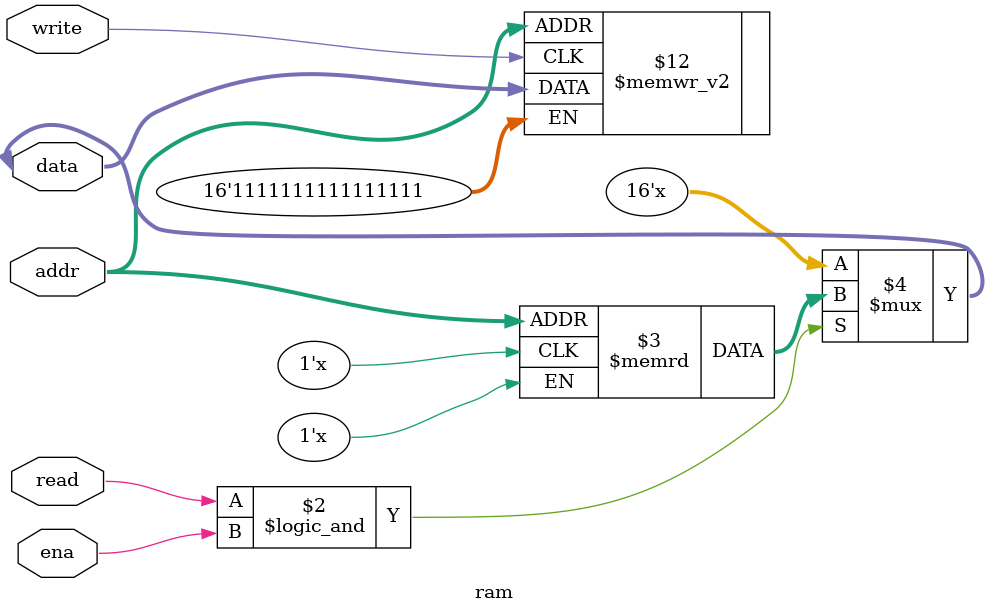
<source format=v>
`timescale 1ns/1ns
module ram(
         //inout
          data,       //the data
          //input
          addr,     //the write or read address
          ena,      //the signal of select the ram
          read,     //the signal of read
          write     //the singal of write
          );
  //inout ports
inout [15:0] data;
  //input ports
input [8:0] addr;
input ena;
input read,write;
reg[15:0] ram[9'h1ff:0];

assign data= (read&&ena)?ram[addr]:16'hzz;

always @(posedge write)
 begin
  ram[addr] <= data;
 end
endmodule

</source>
